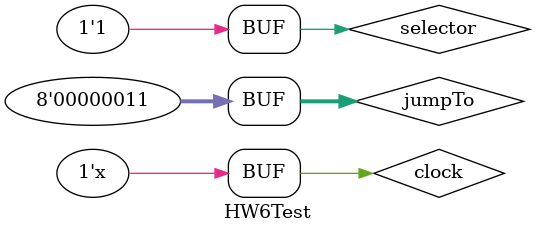
<source format=v>
`timescale 1ns / 1ps


module HW6Test;

	// Inputs
	reg clock;
	reg selector;
	reg [7:0] jumpTo;

	// Outputs
	wire [7:0] R15output;
	wire [7:0] out;

	// Instantiate the Unit Under Test (UUT)
	HW6Code uut (
		.clock(clock), 
		.selector(selector), 
		.jumpTo(jumpTo), 
		.R15output(R15output), 
		.out(out)
	);
	always #5 clock=!clock;
	initial begin
		// Initialize Inputs
		clock = 0;
		selector = 0;
		jumpTo = 5;

		// Wait 100 ns for global reset to finish
		#100;
		
      selector = 1;
		jumpTo = 3; 
		// Add stimulus here

	end
      
endmodule


</source>
